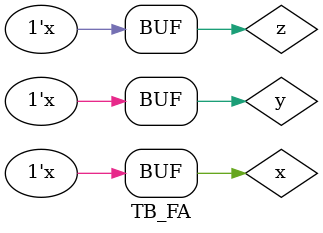
<source format=v>
`timescale 1ns / 1ps

module TB_FA();

reg x,y,z;
wire s,cy;

FA_STR FA1 (x,y,z,s,cy);

initial
begin
x=0;y=0;z=0;
end

//initial begin
always begin #5 x=~x; end
always begin #10 y=~y; end
always begin #20 z=~z; end
//#100
//$finish;
//end
endmodule

</source>
